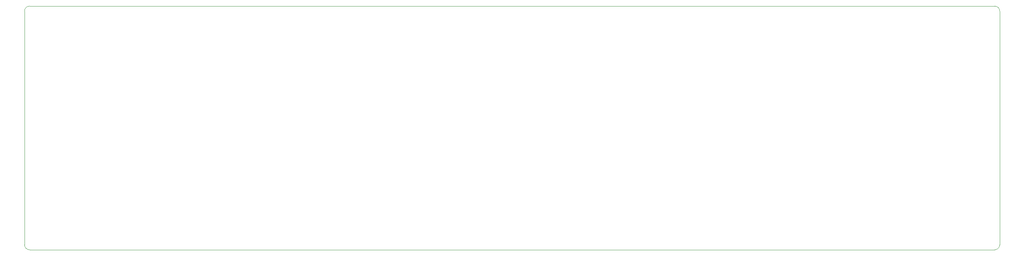
<source format=gbr>
%TF.GenerationSoftware,KiCad,Pcbnew,(5.1.9)-1*%
%TF.CreationDate,2021-06-01T10:03:10-07:00*%
%TF.ProjectId,dakkadakka,64616b6b-6164-4616-9b6b-612e6b696361,rev?*%
%TF.SameCoordinates,Original*%
%TF.FileFunction,Profile,NP*%
%FSLAX46Y46*%
G04 Gerber Fmt 4.6, Leading zero omitted, Abs format (unit mm)*
G04 Created by KiCad (PCBNEW (5.1.9)-1) date 2021-06-01 10:03:10*
%MOMM*%
%LPD*%
G01*
G04 APERTURE LIST*
%TA.AperFunction,Profile*%
%ADD10C,0.050000*%
%TD*%
G04 APERTURE END LIST*
D10*
X40481284Y-41671910D02*
G75*
G02*
X41671910Y-40481284I1190626J0D01*
G01*
X41671910Y-97631332D02*
G75*
G02*
X40481284Y-96440706I0J1190626D01*
G01*
X269081476Y-96440706D02*
G75*
G02*
X267890850Y-97631332I-1190626J0D01*
G01*
X267890850Y-40481284D02*
G75*
G02*
X269081476Y-41671910I0J-1190626D01*
G01*
X41671910Y-40481284D02*
X267890850Y-40481284D01*
X40481284Y-96440706D02*
X40481284Y-41671910D01*
X267890850Y-97631332D02*
X41671910Y-97631332D01*
X269081476Y-41671910D02*
X269081476Y-96440706D01*
M02*

</source>
